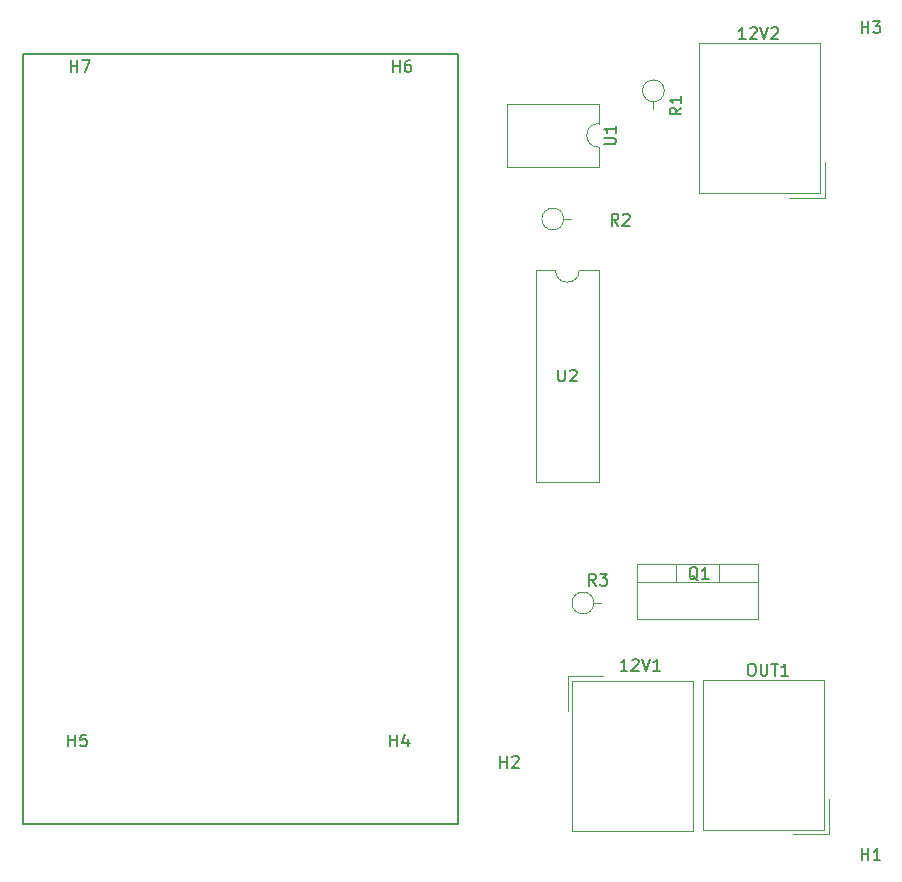
<source format=gbr>
%TF.GenerationSoftware,KiCad,Pcbnew,6.0.11+dfsg-1*%
%TF.CreationDate,2023-05-04T08:29:04-05:00*%
%TF.ProjectId,lights_control,6c696768-7473-45f6-936f-6e74726f6c2e,rev?*%
%TF.SameCoordinates,Original*%
%TF.FileFunction,Legend,Top*%
%TF.FilePolarity,Positive*%
%FSLAX46Y46*%
G04 Gerber Fmt 4.6, Leading zero omitted, Abs format (unit mm)*
G04 Created by KiCad (PCBNEW 6.0.11+dfsg-1) date 2023-05-04 08:29:04*
%MOMM*%
%LPD*%
G01*
G04 APERTURE LIST*
%ADD10C,0.200000*%
%ADD11C,0.150000*%
%ADD12C,0.120000*%
G04 APERTURE END LIST*
D10*
X59400000Y-54850000D02*
X96250000Y-54850000D01*
X96250000Y-54850000D02*
X96250000Y-120000000D01*
X96250000Y-120000000D02*
X59400000Y-120000000D01*
X59400000Y-120000000D02*
X59400000Y-54850000D01*
D11*
%TO.C,H3*%
X130438095Y-53052380D02*
X130438095Y-52052380D01*
X130438095Y-52528571D02*
X131009523Y-52528571D01*
X131009523Y-53052380D02*
X131009523Y-52052380D01*
X131390476Y-52052380D02*
X132009523Y-52052380D01*
X131676190Y-52433333D01*
X131819047Y-52433333D01*
X131914285Y-52480952D01*
X131961904Y-52528571D01*
X132009523Y-52623809D01*
X132009523Y-52861904D01*
X131961904Y-52957142D01*
X131914285Y-53004761D01*
X131819047Y-53052380D01*
X131533333Y-53052380D01*
X131438095Y-53004761D01*
X131390476Y-52957142D01*
%TO.C,12V1*%
X110604761Y-107052380D02*
X110033333Y-107052380D01*
X110319047Y-107052380D02*
X110319047Y-106052380D01*
X110223809Y-106195238D01*
X110128571Y-106290476D01*
X110033333Y-106338095D01*
X110985714Y-106147619D02*
X111033333Y-106100000D01*
X111128571Y-106052380D01*
X111366666Y-106052380D01*
X111461904Y-106100000D01*
X111509523Y-106147619D01*
X111557142Y-106242857D01*
X111557142Y-106338095D01*
X111509523Y-106480952D01*
X110938095Y-107052380D01*
X111557142Y-107052380D01*
X111842857Y-106052380D02*
X112176190Y-107052380D01*
X112509523Y-106052380D01*
X113366666Y-107052380D02*
X112795238Y-107052380D01*
X113080952Y-107052380D02*
X113080952Y-106052380D01*
X112985714Y-106195238D01*
X112890476Y-106290476D01*
X112795238Y-106338095D01*
%TO.C,H7*%
X63458095Y-56352380D02*
X63458095Y-55352380D01*
X63458095Y-55828571D02*
X64029523Y-55828571D01*
X64029523Y-56352380D02*
X64029523Y-55352380D01*
X64410476Y-55352380D02*
X65077142Y-55352380D01*
X64648571Y-56352380D01*
%TO.C,Q1*%
X116576011Y-99378619D02*
X116480773Y-99331000D01*
X116385535Y-99235761D01*
X116242678Y-99092904D01*
X116147440Y-99045285D01*
X116052202Y-99045285D01*
X116099821Y-99283380D02*
X116004583Y-99235761D01*
X115909345Y-99140523D01*
X115861726Y-98950047D01*
X115861726Y-98616714D01*
X115909345Y-98426238D01*
X116004583Y-98331000D01*
X116099821Y-98283380D01*
X116290297Y-98283380D01*
X116385535Y-98331000D01*
X116480773Y-98426238D01*
X116528392Y-98616714D01*
X116528392Y-98950047D01*
X116480773Y-99140523D01*
X116385535Y-99235761D01*
X116290297Y-99283380D01*
X116099821Y-99283380D01*
X117480773Y-99283380D02*
X116909345Y-99283380D01*
X117195059Y-99283380D02*
X117195059Y-98283380D01*
X117099821Y-98426238D01*
X117004583Y-98521476D01*
X116909345Y-98569095D01*
%TO.C,H5*%
X63258095Y-113452380D02*
X63258095Y-112452380D01*
X63258095Y-112928571D02*
X63829523Y-112928571D01*
X63829523Y-113452380D02*
X63829523Y-112452380D01*
X64781904Y-112452380D02*
X64305714Y-112452380D01*
X64258095Y-112928571D01*
X64305714Y-112880952D01*
X64400952Y-112833333D01*
X64639047Y-112833333D01*
X64734285Y-112880952D01*
X64781904Y-112928571D01*
X64829523Y-113023809D01*
X64829523Y-113261904D01*
X64781904Y-113357142D01*
X64734285Y-113404761D01*
X64639047Y-113452380D01*
X64400952Y-113452380D01*
X64305714Y-113404761D01*
X64258095Y-113357142D01*
%TO.C,R1*%
X115172380Y-59372916D02*
X114696190Y-59706250D01*
X115172380Y-59944345D02*
X114172380Y-59944345D01*
X114172380Y-59563392D01*
X114220000Y-59468154D01*
X114267619Y-59420535D01*
X114362857Y-59372916D01*
X114505714Y-59372916D01*
X114600952Y-59420535D01*
X114648571Y-59468154D01*
X114696190Y-59563392D01*
X114696190Y-59944345D01*
X115172380Y-58420535D02*
X115172380Y-58991964D01*
X115172380Y-58706250D02*
X114172380Y-58706250D01*
X114315238Y-58801488D01*
X114410476Y-58896726D01*
X114458095Y-58991964D01*
%TO.C,U2*%
X104748095Y-81552380D02*
X104748095Y-82361904D01*
X104795714Y-82457142D01*
X104843333Y-82504761D01*
X104938571Y-82552380D01*
X105129047Y-82552380D01*
X105224285Y-82504761D01*
X105271904Y-82457142D01*
X105319523Y-82361904D01*
X105319523Y-81552380D01*
X105748095Y-81647619D02*
X105795714Y-81600000D01*
X105890952Y-81552380D01*
X106129047Y-81552380D01*
X106224285Y-81600000D01*
X106271904Y-81647619D01*
X106319523Y-81742857D01*
X106319523Y-81838095D01*
X106271904Y-81980952D01*
X105700476Y-82552380D01*
X106319523Y-82552380D01*
%TO.C,H1*%
X130437095Y-123074380D02*
X130437095Y-122074380D01*
X130437095Y-122550571D02*
X131008523Y-122550571D01*
X131008523Y-123074380D02*
X131008523Y-122074380D01*
X132008523Y-123074380D02*
X131437095Y-123074380D01*
X131722809Y-123074380D02*
X131722809Y-122074380D01*
X131627571Y-122217238D01*
X131532333Y-122312476D01*
X131437095Y-122360095D01*
%TO.C,H2*%
X99838095Y-115252380D02*
X99838095Y-114252380D01*
X99838095Y-114728571D02*
X100409523Y-114728571D01*
X100409523Y-115252380D02*
X100409523Y-114252380D01*
X100838095Y-114347619D02*
X100885714Y-114300000D01*
X100980952Y-114252380D01*
X101219047Y-114252380D01*
X101314285Y-114300000D01*
X101361904Y-114347619D01*
X101409523Y-114442857D01*
X101409523Y-114538095D01*
X101361904Y-114680952D01*
X100790476Y-115252380D01*
X101409523Y-115252380D01*
%TO.C,R3*%
X107939583Y-99832380D02*
X107606250Y-99356190D01*
X107368154Y-99832380D02*
X107368154Y-98832380D01*
X107749107Y-98832380D01*
X107844345Y-98880000D01*
X107891964Y-98927619D01*
X107939583Y-99022857D01*
X107939583Y-99165714D01*
X107891964Y-99260952D01*
X107844345Y-99308571D01*
X107749107Y-99356190D01*
X107368154Y-99356190D01*
X108272916Y-98832380D02*
X108891964Y-98832380D01*
X108558630Y-99213333D01*
X108701488Y-99213333D01*
X108796726Y-99260952D01*
X108844345Y-99308571D01*
X108891964Y-99403809D01*
X108891964Y-99641904D01*
X108844345Y-99737142D01*
X108796726Y-99784761D01*
X108701488Y-99832380D01*
X108415773Y-99832380D01*
X108320535Y-99784761D01*
X108272916Y-99737142D01*
%TO.C,H4*%
X90538095Y-113452380D02*
X90538095Y-112452380D01*
X90538095Y-112928571D02*
X91109523Y-112928571D01*
X91109523Y-113452380D02*
X91109523Y-112452380D01*
X92014285Y-112785714D02*
X92014285Y-113452380D01*
X91776190Y-112404761D02*
X91538095Y-113119047D01*
X92157142Y-113119047D01*
%TO.C,U1*%
X108607380Y-62471904D02*
X109416904Y-62471904D01*
X109512142Y-62424285D01*
X109559761Y-62376666D01*
X109607380Y-62281428D01*
X109607380Y-62090952D01*
X109559761Y-61995714D01*
X109512142Y-61948095D01*
X109416904Y-61900476D01*
X108607380Y-61900476D01*
X109607380Y-60900476D02*
X109607380Y-61471904D01*
X109607380Y-61186190D02*
X108607380Y-61186190D01*
X108750238Y-61281428D01*
X108845476Y-61376666D01*
X108893095Y-61471904D01*
%TO.C,R2*%
X109833333Y-69352380D02*
X109500000Y-68876190D01*
X109261904Y-69352380D02*
X109261904Y-68352380D01*
X109642857Y-68352380D01*
X109738095Y-68400000D01*
X109785714Y-68447619D01*
X109833333Y-68542857D01*
X109833333Y-68685714D01*
X109785714Y-68780952D01*
X109738095Y-68828571D01*
X109642857Y-68876190D01*
X109261904Y-68876190D01*
X110214285Y-68447619D02*
X110261904Y-68400000D01*
X110357142Y-68352380D01*
X110595238Y-68352380D01*
X110690476Y-68400000D01*
X110738095Y-68447619D01*
X110785714Y-68542857D01*
X110785714Y-68638095D01*
X110738095Y-68780952D01*
X110166666Y-69352380D01*
X110785714Y-69352380D01*
%TO.C,OUT1*%
X121023809Y-106452380D02*
X121214285Y-106452380D01*
X121309523Y-106500000D01*
X121404761Y-106595238D01*
X121452380Y-106785714D01*
X121452380Y-107119047D01*
X121404761Y-107309523D01*
X121309523Y-107404761D01*
X121214285Y-107452380D01*
X121023809Y-107452380D01*
X120928571Y-107404761D01*
X120833333Y-107309523D01*
X120785714Y-107119047D01*
X120785714Y-106785714D01*
X120833333Y-106595238D01*
X120928571Y-106500000D01*
X121023809Y-106452380D01*
X121880952Y-106452380D02*
X121880952Y-107261904D01*
X121928571Y-107357142D01*
X121976190Y-107404761D01*
X122071428Y-107452380D01*
X122261904Y-107452380D01*
X122357142Y-107404761D01*
X122404761Y-107357142D01*
X122452380Y-107261904D01*
X122452380Y-106452380D01*
X122785714Y-106452380D02*
X123357142Y-106452380D01*
X123071428Y-107452380D02*
X123071428Y-106452380D01*
X124214285Y-107452380D02*
X123642857Y-107452380D01*
X123928571Y-107452380D02*
X123928571Y-106452380D01*
X123833333Y-106595238D01*
X123738095Y-106690476D01*
X123642857Y-106738095D01*
%TO.C,12V2*%
X120604761Y-53552380D02*
X120033333Y-53552380D01*
X120319047Y-53552380D02*
X120319047Y-52552380D01*
X120223809Y-52695238D01*
X120128571Y-52790476D01*
X120033333Y-52838095D01*
X120985714Y-52647619D02*
X121033333Y-52600000D01*
X121128571Y-52552380D01*
X121366666Y-52552380D01*
X121461904Y-52600000D01*
X121509523Y-52647619D01*
X121557142Y-52742857D01*
X121557142Y-52838095D01*
X121509523Y-52980952D01*
X120938095Y-53552380D01*
X121557142Y-53552380D01*
X121842857Y-52552380D02*
X122176190Y-53552380D01*
X122509523Y-52552380D01*
X122795238Y-52647619D02*
X122842857Y-52600000D01*
X122938095Y-52552380D01*
X123176190Y-52552380D01*
X123271428Y-52600000D01*
X123319047Y-52647619D01*
X123366666Y-52742857D01*
X123366666Y-52838095D01*
X123319047Y-52980952D01*
X122747619Y-53552380D01*
X123366666Y-53552380D01*
%TO.C,H6*%
X90738095Y-56352380D02*
X90738095Y-55352380D01*
X90738095Y-55828571D02*
X91309523Y-55828571D01*
X91309523Y-56352380D02*
X91309523Y-55352380D01*
X92214285Y-55352380D02*
X92023809Y-55352380D01*
X91928571Y-55400000D01*
X91880952Y-55447619D01*
X91785714Y-55590476D01*
X91738095Y-55780952D01*
X91738095Y-56161904D01*
X91785714Y-56257142D01*
X91833333Y-56304761D01*
X91928571Y-56352380D01*
X92119047Y-56352380D01*
X92214285Y-56304761D01*
X92261904Y-56257142D01*
X92309523Y-56161904D01*
X92309523Y-55923809D01*
X92261904Y-55828571D01*
X92214285Y-55780952D01*
X92119047Y-55733333D01*
X91928571Y-55733333D01*
X91833333Y-55780952D01*
X91785714Y-55828571D01*
X91738095Y-55923809D01*
D12*
%TO.C,12V1*%
X105922500Y-120612500D02*
X116162500Y-120612500D01*
X105922500Y-107872500D02*
X105922500Y-120612500D01*
X105922500Y-120612500D02*
X116162500Y-120612500D01*
X105922500Y-107872500D02*
X105922500Y-120612500D01*
X105542500Y-107492500D02*
X108542500Y-107492500D01*
X105922500Y-107872500D02*
X116162500Y-107872500D01*
X116162500Y-107872500D02*
X116162500Y-120612500D01*
X105542500Y-110492500D02*
X105542500Y-107492500D01*
X116162500Y-107872500D02*
X116162500Y-120612500D01*
X105922500Y-107872500D02*
X116162500Y-107872500D01*
%TO.C,Q1*%
X121664250Y-98030000D02*
X121664250Y-102671000D01*
X111424250Y-99540000D02*
X121664250Y-99540000D01*
X111424250Y-98030000D02*
X111424250Y-102671000D01*
X111424250Y-102671000D02*
X121664250Y-102671000D01*
X111424250Y-98030000D02*
X121664250Y-98030000D01*
X118395250Y-98030000D02*
X118395250Y-99540000D01*
X114694250Y-98030000D02*
X114694250Y-99540000D01*
%TO.C,R1*%
X112800000Y-58856250D02*
X112800000Y-59476250D01*
X113720000Y-57936250D02*
G75*
G03*
X113720000Y-57936250I-920000J0D01*
G01*
%TO.C,U2*%
X102860000Y-91045000D02*
X108160000Y-91045000D01*
X104510000Y-73145000D02*
X102860000Y-73145000D01*
X102860000Y-73145000D02*
X102860000Y-91045000D01*
X108160000Y-91045000D02*
X108160000Y-73145000D01*
X108160000Y-73145000D02*
X106510000Y-73145000D01*
X104510000Y-73145000D02*
G75*
G03*
X106510000Y-73145000I1000000J0D01*
G01*
%TO.C,R3*%
X107756250Y-101300000D02*
X108376250Y-101300000D01*
X107756250Y-101300000D02*
G75*
G03*
X107756250Y-101300000I-920000J0D01*
G01*
%TO.C,U1*%
X100415000Y-59060000D02*
X100415000Y-64360000D01*
X108155000Y-60710000D02*
X108155000Y-59060000D01*
X108155000Y-59060000D02*
X100415000Y-59060000D01*
X100415000Y-64360000D02*
X108155000Y-64360000D01*
X108155000Y-64360000D02*
X108155000Y-62710000D01*
X108155000Y-60710000D02*
G75*
G03*
X108155000Y-62710000I0J-1000000D01*
G01*
%TO.C,R2*%
X105200000Y-68800000D02*
X105820000Y-68800000D01*
X105200000Y-68800000D02*
G75*
G03*
X105200000Y-68800000I-920000J0D01*
G01*
%TO.C,OUT1*%
X127277500Y-120527500D02*
X117037500Y-120527500D01*
X127277500Y-120527500D02*
X127277500Y-107787500D01*
X117037500Y-120527500D02*
X117037500Y-107787500D01*
X127657500Y-120907500D02*
X124657500Y-120907500D01*
X127277500Y-120527500D02*
X117037500Y-120527500D01*
X127277500Y-107787500D02*
X117037500Y-107787500D01*
X127277500Y-107787500D02*
X117037500Y-107787500D01*
X117037500Y-120527500D02*
X117037500Y-107787500D01*
X127657500Y-117907500D02*
X127657500Y-120907500D01*
X127277500Y-120527500D02*
X127277500Y-107787500D01*
%TO.C,12V2*%
X126920000Y-66620000D02*
X126920000Y-53880000D01*
X116680000Y-66620000D02*
X116680000Y-53880000D01*
X126920000Y-53880000D02*
X116680000Y-53880000D01*
X126920000Y-66620000D02*
X116680000Y-66620000D01*
X126920000Y-53880000D02*
X116680000Y-53880000D01*
X116680000Y-66620000D02*
X116680000Y-53880000D01*
X127300000Y-64000000D02*
X127300000Y-67000000D01*
X126920000Y-66620000D02*
X126920000Y-53880000D01*
X127300000Y-67000000D02*
X124300000Y-67000000D01*
X126920000Y-66620000D02*
X116680000Y-66620000D01*
%TD*%
M02*

</source>
